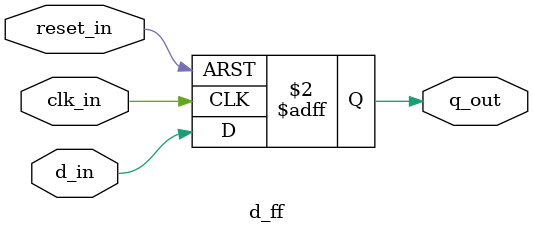
<source format=v>

module d_ff(
    input clk_in,
    input reset_in,
    input d_in,
    output reg q_out
    );
    always@(posedge clk_in or posedge reset_in)
        begin
            if(reset_in)
                begin
                    q_out<=0;
                end
             else
                begin
                    q_out<=d_in;
                end
        end
endmodule

</source>
